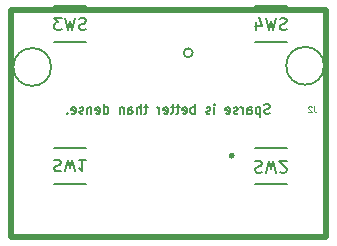
<source format=gbr>
%TF.GenerationSoftware,KiCad,Pcbnew,(6.0.7)*%
%TF.CreationDate,2023-09-19T20:50:44-05:00*%
%TF.ProjectId,CounterProject,436f756e-7465-4725-9072-6f6a6563742e,rev?*%
%TF.SameCoordinates,Original*%
%TF.FileFunction,Legend,Bot*%
%TF.FilePolarity,Positive*%
%FSLAX46Y46*%
G04 Gerber Fmt 4.6, Leading zero omitted, Abs format (unit mm)*
G04 Created by KiCad (PCBNEW (6.0.7)) date 2023-09-19 20:50:44*
%MOMM*%
%LPD*%
G01*
G04 APERTURE LIST*
%ADD10C,0.150000*%
%ADD11C,0.500000*%
%ADD12C,0.125000*%
%ADD13C,0.152400*%
%ADD14C,0.508000*%
G04 APERTURE END LIST*
D10*
X162400000Y-26600000D02*
G75*
G03*
X162400000Y-26600000I-1600000J0D01*
G01*
D11*
X159000000Y-21750000D02*
X185700000Y-21750000D01*
X185700000Y-21750000D02*
X185700000Y-41010000D01*
X185700000Y-41010000D02*
X159000000Y-41010000D01*
X159000000Y-41010000D02*
X159000000Y-21750000D01*
D10*
X185500000Y-26500000D02*
G75*
G03*
X185500000Y-26500000I-1600000J0D01*
G01*
X180890476Y-30523809D02*
X180776190Y-30561904D01*
X180585714Y-30561904D01*
X180509523Y-30523809D01*
X180471428Y-30485714D01*
X180433333Y-30409523D01*
X180433333Y-30333333D01*
X180471428Y-30257142D01*
X180509523Y-30219047D01*
X180585714Y-30180952D01*
X180738095Y-30142857D01*
X180814285Y-30104761D01*
X180852380Y-30066666D01*
X180890476Y-29990476D01*
X180890476Y-29914285D01*
X180852380Y-29838095D01*
X180814285Y-29800000D01*
X180738095Y-29761904D01*
X180547619Y-29761904D01*
X180433333Y-29800000D01*
X180090476Y-30028571D02*
X180090476Y-30828571D01*
X180090476Y-30066666D02*
X180014285Y-30028571D01*
X179861904Y-30028571D01*
X179785714Y-30066666D01*
X179747619Y-30104761D01*
X179709523Y-30180952D01*
X179709523Y-30409523D01*
X179747619Y-30485714D01*
X179785714Y-30523809D01*
X179861904Y-30561904D01*
X180014285Y-30561904D01*
X180090476Y-30523809D01*
X179023809Y-30561904D02*
X179023809Y-30142857D01*
X179061904Y-30066666D01*
X179138095Y-30028571D01*
X179290476Y-30028571D01*
X179366666Y-30066666D01*
X179023809Y-30523809D02*
X179100000Y-30561904D01*
X179290476Y-30561904D01*
X179366666Y-30523809D01*
X179404761Y-30447619D01*
X179404761Y-30371428D01*
X179366666Y-30295238D01*
X179290476Y-30257142D01*
X179100000Y-30257142D01*
X179023809Y-30219047D01*
X178642857Y-30561904D02*
X178642857Y-30028571D01*
X178642857Y-30180952D02*
X178604761Y-30104761D01*
X178566666Y-30066666D01*
X178490476Y-30028571D01*
X178414285Y-30028571D01*
X178185714Y-30523809D02*
X178109523Y-30561904D01*
X177957142Y-30561904D01*
X177880952Y-30523809D01*
X177842857Y-30447619D01*
X177842857Y-30409523D01*
X177880952Y-30333333D01*
X177957142Y-30295238D01*
X178071428Y-30295238D01*
X178147619Y-30257142D01*
X178185714Y-30180952D01*
X178185714Y-30142857D01*
X178147619Y-30066666D01*
X178071428Y-30028571D01*
X177957142Y-30028571D01*
X177880952Y-30066666D01*
X177195238Y-30523809D02*
X177271428Y-30561904D01*
X177423809Y-30561904D01*
X177500000Y-30523809D01*
X177538095Y-30447619D01*
X177538095Y-30142857D01*
X177500000Y-30066666D01*
X177423809Y-30028571D01*
X177271428Y-30028571D01*
X177195238Y-30066666D01*
X177157142Y-30142857D01*
X177157142Y-30219047D01*
X177538095Y-30295238D01*
X176204761Y-30561904D02*
X176204761Y-30028571D01*
X176204761Y-29761904D02*
X176242857Y-29800000D01*
X176204761Y-29838095D01*
X176166666Y-29800000D01*
X176204761Y-29761904D01*
X176204761Y-29838095D01*
X175861904Y-30523809D02*
X175785714Y-30561904D01*
X175633333Y-30561904D01*
X175557142Y-30523809D01*
X175519047Y-30447619D01*
X175519047Y-30409523D01*
X175557142Y-30333333D01*
X175633333Y-30295238D01*
X175747619Y-30295238D01*
X175823809Y-30257142D01*
X175861904Y-30180952D01*
X175861904Y-30142857D01*
X175823809Y-30066666D01*
X175747619Y-30028571D01*
X175633333Y-30028571D01*
X175557142Y-30066666D01*
X174566666Y-30561904D02*
X174566666Y-29761904D01*
X174566666Y-30066666D02*
X174490476Y-30028571D01*
X174338095Y-30028571D01*
X174261904Y-30066666D01*
X174223809Y-30104761D01*
X174185714Y-30180952D01*
X174185714Y-30409523D01*
X174223809Y-30485714D01*
X174261904Y-30523809D01*
X174338095Y-30561904D01*
X174490476Y-30561904D01*
X174566666Y-30523809D01*
X173538095Y-30523809D02*
X173614285Y-30561904D01*
X173766666Y-30561904D01*
X173842857Y-30523809D01*
X173880952Y-30447619D01*
X173880952Y-30142857D01*
X173842857Y-30066666D01*
X173766666Y-30028571D01*
X173614285Y-30028571D01*
X173538095Y-30066666D01*
X173500000Y-30142857D01*
X173500000Y-30219047D01*
X173880952Y-30295238D01*
X173271428Y-30028571D02*
X172966666Y-30028571D01*
X173157142Y-29761904D02*
X173157142Y-30447619D01*
X173119047Y-30523809D01*
X173042857Y-30561904D01*
X172966666Y-30561904D01*
X172814285Y-30028571D02*
X172509523Y-30028571D01*
X172700000Y-29761904D02*
X172700000Y-30447619D01*
X172661904Y-30523809D01*
X172585714Y-30561904D01*
X172509523Y-30561904D01*
X171938095Y-30523809D02*
X172014285Y-30561904D01*
X172166666Y-30561904D01*
X172242857Y-30523809D01*
X172280952Y-30447619D01*
X172280952Y-30142857D01*
X172242857Y-30066666D01*
X172166666Y-30028571D01*
X172014285Y-30028571D01*
X171938095Y-30066666D01*
X171900000Y-30142857D01*
X171900000Y-30219047D01*
X172280952Y-30295238D01*
X171557142Y-30561904D02*
X171557142Y-30028571D01*
X171557142Y-30180952D02*
X171519047Y-30104761D01*
X171480952Y-30066666D01*
X171404761Y-30028571D01*
X171328571Y-30028571D01*
X170566666Y-30028571D02*
X170261904Y-30028571D01*
X170452380Y-29761904D02*
X170452380Y-30447619D01*
X170414285Y-30523809D01*
X170338095Y-30561904D01*
X170261904Y-30561904D01*
X169995238Y-30561904D02*
X169995238Y-29761904D01*
X169652380Y-30561904D02*
X169652380Y-30142857D01*
X169690476Y-30066666D01*
X169766666Y-30028571D01*
X169880952Y-30028571D01*
X169957142Y-30066666D01*
X169995238Y-30104761D01*
X168928571Y-30561904D02*
X168928571Y-30142857D01*
X168966666Y-30066666D01*
X169042857Y-30028571D01*
X169195238Y-30028571D01*
X169271428Y-30066666D01*
X168928571Y-30523809D02*
X169004761Y-30561904D01*
X169195238Y-30561904D01*
X169271428Y-30523809D01*
X169309523Y-30447619D01*
X169309523Y-30371428D01*
X169271428Y-30295238D01*
X169195238Y-30257142D01*
X169004761Y-30257142D01*
X168928571Y-30219047D01*
X168547619Y-30028571D02*
X168547619Y-30561904D01*
X168547619Y-30104761D02*
X168509523Y-30066666D01*
X168433333Y-30028571D01*
X168319047Y-30028571D01*
X168242857Y-30066666D01*
X168204761Y-30142857D01*
X168204761Y-30561904D01*
X166871428Y-30561904D02*
X166871428Y-29761904D01*
X166871428Y-30523809D02*
X166947619Y-30561904D01*
X167100000Y-30561904D01*
X167176190Y-30523809D01*
X167214285Y-30485714D01*
X167252380Y-30409523D01*
X167252380Y-30180952D01*
X167214285Y-30104761D01*
X167176190Y-30066666D01*
X167100000Y-30028571D01*
X166947619Y-30028571D01*
X166871428Y-30066666D01*
X166185714Y-30523809D02*
X166261904Y-30561904D01*
X166414285Y-30561904D01*
X166490476Y-30523809D01*
X166528571Y-30447619D01*
X166528571Y-30142857D01*
X166490476Y-30066666D01*
X166414285Y-30028571D01*
X166261904Y-30028571D01*
X166185714Y-30066666D01*
X166147619Y-30142857D01*
X166147619Y-30219047D01*
X166528571Y-30295238D01*
X165804761Y-30028571D02*
X165804761Y-30561904D01*
X165804761Y-30104761D02*
X165766666Y-30066666D01*
X165690476Y-30028571D01*
X165576190Y-30028571D01*
X165500000Y-30066666D01*
X165461904Y-30142857D01*
X165461904Y-30561904D01*
X165119047Y-30523809D02*
X165042857Y-30561904D01*
X164890476Y-30561904D01*
X164814285Y-30523809D01*
X164776190Y-30447619D01*
X164776190Y-30409523D01*
X164814285Y-30333333D01*
X164890476Y-30295238D01*
X165004761Y-30295238D01*
X165080952Y-30257142D01*
X165119047Y-30180952D01*
X165119047Y-30142857D01*
X165080952Y-30066666D01*
X165004761Y-30028571D01*
X164890476Y-30028571D01*
X164814285Y-30066666D01*
X164128571Y-30523809D02*
X164204761Y-30561904D01*
X164357142Y-30561904D01*
X164433333Y-30523809D01*
X164471428Y-30447619D01*
X164471428Y-30142857D01*
X164433333Y-30066666D01*
X164357142Y-30028571D01*
X164204761Y-30028571D01*
X164128571Y-30066666D01*
X164090476Y-30142857D01*
X164090476Y-30219047D01*
X164471428Y-30295238D01*
X163747619Y-30485714D02*
X163709523Y-30523809D01*
X163747619Y-30561904D01*
X163785714Y-30523809D01*
X163747619Y-30485714D01*
X163747619Y-30561904D01*
%TO.C,SW1*%
X162666666Y-34495238D02*
X162809523Y-34447619D01*
X163047619Y-34447619D01*
X163142857Y-34495238D01*
X163190476Y-34542857D01*
X163238095Y-34638095D01*
X163238095Y-34733333D01*
X163190476Y-34828571D01*
X163142857Y-34876190D01*
X163047619Y-34923809D01*
X162857142Y-34971428D01*
X162761904Y-35019047D01*
X162714285Y-35066666D01*
X162666666Y-35161904D01*
X162666666Y-35257142D01*
X162714285Y-35352380D01*
X162761904Y-35400000D01*
X162857142Y-35447619D01*
X163095238Y-35447619D01*
X163238095Y-35400000D01*
X163571428Y-35447619D02*
X163809523Y-34447619D01*
X164000000Y-35161904D01*
X164190476Y-34447619D01*
X164428571Y-35447619D01*
X165333333Y-34447619D02*
X164761904Y-34447619D01*
X165047619Y-34447619D02*
X165047619Y-35447619D01*
X164952380Y-35304761D01*
X164857142Y-35209523D01*
X164761904Y-35161904D01*
%TO.C,SW3*%
X165333333Y-23404761D02*
X165190476Y-23452380D01*
X164952380Y-23452380D01*
X164857142Y-23404761D01*
X164809523Y-23357142D01*
X164761904Y-23261904D01*
X164761904Y-23166666D01*
X164809523Y-23071428D01*
X164857142Y-23023809D01*
X164952380Y-22976190D01*
X165142857Y-22928571D01*
X165238095Y-22880952D01*
X165285714Y-22833333D01*
X165333333Y-22738095D01*
X165333333Y-22642857D01*
X165285714Y-22547619D01*
X165238095Y-22500000D01*
X165142857Y-22452380D01*
X164904761Y-22452380D01*
X164761904Y-22500000D01*
X164428571Y-22452380D02*
X164190476Y-23452380D01*
X164000000Y-22738095D01*
X163809523Y-23452380D01*
X163571428Y-22452380D01*
X163285714Y-22452380D02*
X162666666Y-22452380D01*
X163000000Y-22833333D01*
X162857142Y-22833333D01*
X162761904Y-22880952D01*
X162714285Y-22928571D01*
X162666666Y-23023809D01*
X162666666Y-23261904D01*
X162714285Y-23357142D01*
X162761904Y-23404761D01*
X162857142Y-23452380D01*
X163142857Y-23452380D01*
X163238095Y-23404761D01*
X163285714Y-23357142D01*
%TO.C,SW4*%
X182333333Y-23404761D02*
X182190476Y-23452380D01*
X181952380Y-23452380D01*
X181857142Y-23404761D01*
X181809523Y-23357142D01*
X181761904Y-23261904D01*
X181761904Y-23166666D01*
X181809523Y-23071428D01*
X181857142Y-23023809D01*
X181952380Y-22976190D01*
X182142857Y-22928571D01*
X182238095Y-22880952D01*
X182285714Y-22833333D01*
X182333333Y-22738095D01*
X182333333Y-22642857D01*
X182285714Y-22547619D01*
X182238095Y-22500000D01*
X182142857Y-22452380D01*
X181904761Y-22452380D01*
X181761904Y-22500000D01*
X181428571Y-22452380D02*
X181190476Y-23452380D01*
X181000000Y-22738095D01*
X180809523Y-23452380D01*
X180571428Y-22452380D01*
X179761904Y-22785714D02*
X179761904Y-23452380D01*
X180000000Y-22404761D02*
X180238095Y-23119047D01*
X179619047Y-23119047D01*
%TO.C,SW2*%
X179666666Y-34595238D02*
X179809523Y-34547619D01*
X180047619Y-34547619D01*
X180142857Y-34595238D01*
X180190476Y-34642857D01*
X180238095Y-34738095D01*
X180238095Y-34833333D01*
X180190476Y-34928571D01*
X180142857Y-34976190D01*
X180047619Y-35023809D01*
X179857142Y-35071428D01*
X179761904Y-35119047D01*
X179714285Y-35166666D01*
X179666666Y-35261904D01*
X179666666Y-35357142D01*
X179714285Y-35452380D01*
X179761904Y-35500000D01*
X179857142Y-35547619D01*
X180095238Y-35547619D01*
X180238095Y-35500000D01*
X180571428Y-35547619D02*
X180809523Y-34547619D01*
X181000000Y-35261904D01*
X181190476Y-34547619D01*
X181428571Y-35547619D01*
X181761904Y-35452380D02*
X181809523Y-35500000D01*
X181904761Y-35547619D01*
X182142857Y-35547619D01*
X182238095Y-35500000D01*
X182285714Y-35452380D01*
X182333333Y-35357142D01*
X182333333Y-35261904D01*
X182285714Y-35119047D01*
X181714285Y-34547619D01*
X182333333Y-34547619D01*
D12*
%TO.C,J2*%
X184666666Y-29926190D02*
X184666666Y-30283333D01*
X184690476Y-30354761D01*
X184738095Y-30402380D01*
X184809523Y-30426190D01*
X184857142Y-30426190D01*
X184452380Y-29973809D02*
X184428571Y-29950000D01*
X184380952Y-29926190D01*
X184261904Y-29926190D01*
X184214285Y-29950000D01*
X184190476Y-29973809D01*
X184166666Y-30021428D01*
X184166666Y-30069047D01*
X184190476Y-30140476D01*
X184476190Y-30426190D01*
X184166666Y-30426190D01*
D13*
%TO.C,J1*%
X174381000Y-25400000D02*
G75*
G03*
X174381000Y-25400000I-381000J0D01*
G01*
%TO.C,SW1*%
X162636189Y-33476000D02*
X165363811Y-33476000D01*
X165363811Y-36524000D02*
X162636189Y-36524000D01*
%TO.C,SW3*%
X162636189Y-21476000D02*
X165363811Y-21476000D01*
X165363811Y-24524000D02*
X162636189Y-24524000D01*
%TO.C,SW4*%
X182363811Y-24524000D02*
X179636189Y-24524000D01*
X179636189Y-21476000D02*
X182363811Y-21476000D01*
%TO.C,SW2*%
X179636189Y-33476000D02*
X182363811Y-33476000D01*
X182363811Y-36524000D02*
X179636189Y-36524000D01*
D14*
X177700000Y-34100000D02*
G75*
G03*
X177700000Y-34100000I-12310J0D01*
G01*
%TD*%
M02*

</source>
